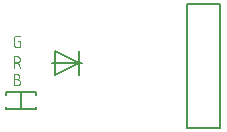
<source format=gto>
G04 Layer_Color=65535*
%FSLAX44Y44*%
%MOMM*%
G71*
G01*
G75*
%ADD16C,0.1500*%
%ADD17C,0.2000*%
G36*
X120355Y79495D02*
X120472D01*
X120609Y79475D01*
X120901Y79397D01*
X121252Y79280D01*
X121623Y79124D01*
X122013Y78890D01*
X122189Y78734D01*
X122364Y78578D01*
X122384Y78559D01*
X122403Y78539D01*
X122443Y78481D01*
X122521Y78422D01*
X122657Y78227D01*
X122833Y77954D01*
X123008Y77642D01*
X123164Y77252D01*
X123262Y76822D01*
X123281Y76588D01*
X123301Y76354D01*
Y76335D01*
Y76257D01*
X123281Y76140D01*
Y76003D01*
X123242Y75827D01*
X123203Y75633D01*
X123145Y75398D01*
X123067Y75164D01*
X122969Y74930D01*
X122833Y74677D01*
X122696Y74443D01*
X122501Y74208D01*
X122286Y73974D01*
X122033Y73760D01*
X121740Y73584D01*
X121409Y73428D01*
X123242Y69761D01*
X123262Y69741D01*
X123281Y69683D01*
X123301Y69605D01*
Y69507D01*
Y69468D01*
X123281Y69390D01*
X123223Y69273D01*
X123125Y69156D01*
X123106Y69137D01*
X123028Y69078D01*
X122911Y69019D01*
X122774Y69000D01*
X122716D01*
X122598Y69039D01*
X122501Y69078D01*
X122423Y69117D01*
X122345Y69195D01*
X122286Y69293D01*
X120336Y73194D01*
X120316D01*
X120277Y73214D01*
X118053D01*
Y69527D01*
Y69507D01*
Y69449D01*
X118034Y69351D01*
X117995Y69273D01*
X117917Y69176D01*
X117839Y69078D01*
X117702Y69019D01*
X117527Y69000D01*
X117449D01*
X117351Y69019D01*
X117273Y69058D01*
X117176Y69117D01*
X117078Y69215D01*
X117020Y69332D01*
X117000Y69507D01*
Y78988D01*
Y79007D01*
Y79066D01*
X117020Y79163D01*
X117058Y79261D01*
X117117Y79339D01*
X117214Y79436D01*
X117332Y79495D01*
X117507Y79514D01*
X120277D01*
X120355Y79495D01*
D02*
G37*
G36*
X122950Y96995D02*
X123047Y96956D01*
X123125Y96878D01*
X123223Y96800D01*
X123281Y96663D01*
X123301Y96488D01*
Y96468D01*
Y96410D01*
X123281Y96312D01*
X123242Y96234D01*
X123164Y96137D01*
X123086Y96039D01*
X122950Y95981D01*
X122774Y95961D01*
X119497D01*
X119380Y95941D01*
X119224Y95903D01*
X119048Y95844D01*
X118873Y95766D01*
X118678Y95649D01*
X118502Y95493D01*
X118483Y95473D01*
X118424Y95415D01*
X118365Y95317D01*
X118287Y95181D01*
X118190Y95025D01*
X118131Y94830D01*
X118073Y94615D01*
X118053Y94381D01*
Y89114D01*
Y89094D01*
Y88997D01*
X118073Y88880D01*
X118112Y88724D01*
X118170Y88548D01*
X118249Y88373D01*
X118346Y88178D01*
X118502Y88002D01*
X118522Y87983D01*
X118580Y87924D01*
X118678Y87865D01*
X118814Y87788D01*
X118970Y87690D01*
X119165Y87631D01*
X119380Y87573D01*
X119614Y87553D01*
X122247D01*
Y91747D01*
X121116D01*
X121018Y91767D01*
X120940Y91806D01*
X120843Y91884D01*
X120745Y91962D01*
X120687Y92099D01*
X120667Y92274D01*
Y92294D01*
Y92352D01*
X120687Y92450D01*
X120726Y92547D01*
X120804Y92625D01*
X120882Y92723D01*
X121018Y92781D01*
X121194Y92801D01*
X122852D01*
X122950Y92781D01*
X123047Y92742D01*
X123125Y92664D01*
X123223Y92586D01*
X123281Y92450D01*
X123301Y92274D01*
Y87007D01*
Y86988D01*
Y86929D01*
X123281Y86851D01*
X123242Y86754D01*
X123164Y86656D01*
X123086Y86578D01*
X122950Y86519D01*
X122774Y86500D01*
X119516D01*
X119438Y86519D01*
X119224Y86539D01*
X118970Y86597D01*
X118678Y86695D01*
X118365Y86812D01*
X118053Y87007D01*
X117761Y87261D01*
X117722Y87300D01*
X117644Y87397D01*
X117527Y87553D01*
X117390Y87788D01*
X117234Y88041D01*
X117117Y88373D01*
X117039Y88724D01*
X117000Y89114D01*
Y94381D01*
Y94400D01*
Y94439D01*
Y94478D01*
X117020Y94557D01*
X117039Y94771D01*
X117098Y95025D01*
X117195Y95317D01*
X117312Y95629D01*
X117507Y95941D01*
X117761Y96234D01*
X117800Y96273D01*
X117897Y96351D01*
X118053Y96488D01*
X118287Y96624D01*
X118541Y96761D01*
X118873Y96897D01*
X119224Y96975D01*
X119614Y97014D01*
X122852D01*
X122950Y96995D01*
D02*
G37*
G36*
X120336Y64495D02*
X120531Y64475D01*
X120784Y64417D01*
X121096Y64339D01*
X121409Y64202D01*
X121721Y64007D01*
X122013Y63754D01*
X122052Y63715D01*
X122130Y63617D01*
X122247Y63461D01*
X122403Y63227D01*
X122540Y62954D01*
X122657Y62642D01*
X122735Y62291D01*
X122774Y61881D01*
Y61861D01*
Y61822D01*
Y61764D01*
X122755Y61666D01*
X122716Y61432D01*
X122657Y61159D01*
X122540Y60827D01*
X122365Y60476D01*
X122247Y60320D01*
X122130Y60145D01*
X121974Y59989D01*
X121799Y59833D01*
X121818Y59813D01*
X121857Y59794D01*
X121935Y59735D01*
X122033Y59657D01*
X122150Y59579D01*
X122267Y59462D01*
X122403Y59325D01*
X122559Y59169D01*
X122696Y58974D01*
X122833Y58779D01*
X122950Y58565D01*
X123067Y58311D01*
X123164Y58057D01*
X123242Y57765D01*
X123281Y57472D01*
X123301Y57141D01*
Y57121D01*
Y57082D01*
Y57024D01*
X123281Y56926D01*
Y56809D01*
X123262Y56673D01*
X123184Y56380D01*
X123067Y56029D01*
X122911Y55658D01*
X122677Y55268D01*
X122521Y55092D01*
X122365Y54917D01*
X122345D01*
X122325Y54878D01*
X122267Y54839D01*
X122208Y54780D01*
X122013Y54624D01*
X121740Y54468D01*
X121428Y54293D01*
X121038Y54137D01*
X120609Y54039D01*
X120375Y54019D01*
X120141Y54000D01*
X117429D01*
X117351Y54019D01*
X117254Y54058D01*
X117156Y54117D01*
X117078Y54215D01*
X117020Y54332D01*
X117000Y54507D01*
Y63988D01*
Y64007D01*
Y64066D01*
X117020Y64163D01*
X117058Y64261D01*
X117117Y64339D01*
X117215Y64436D01*
X117332Y64495D01*
X117507Y64514D01*
X120258D01*
X120336Y64495D01*
D02*
G37*
%LPC*%
G36*
X120141Y78461D02*
X118053D01*
Y74267D01*
X120180D01*
X120297Y74286D01*
X120453Y74306D01*
X120648Y74345D01*
X120882Y74423D01*
X121136Y74521D01*
X121389Y74677D01*
X121623Y74872D01*
X121643Y74891D01*
X121721Y74989D01*
X121818Y75106D01*
X121935Y75281D01*
X122052Y75496D01*
X122150Y75750D01*
X122228Y76042D01*
X122247Y76354D01*
Y76374D01*
Y76393D01*
Y76510D01*
X122208Y76666D01*
X122169Y76861D01*
X122091Y77095D01*
X121994Y77349D01*
X121838Y77603D01*
X121623Y77837D01*
X121604Y77856D01*
X121506Y77934D01*
X121389Y78032D01*
X121214Y78149D01*
X120999Y78266D01*
X120745Y78363D01*
X120453Y78442D01*
X120141Y78461D01*
D02*
G37*
G36*
X120141Y63461D02*
X118053D01*
Y60301D01*
X120258D01*
X120375Y60320D01*
X120531Y60359D01*
X120687Y60418D01*
X120882Y60496D01*
X121077Y60594D01*
X121253Y60750D01*
X121272Y60769D01*
X121331Y60827D01*
X121409Y60925D01*
X121487Y61062D01*
X121565Y61237D01*
X121643Y61432D01*
X121701Y61647D01*
X121721Y61881D01*
Y61900D01*
Y61998D01*
X121701Y62115D01*
X121662Y62271D01*
X121604Y62427D01*
X121526Y62622D01*
X121409Y62817D01*
X121253Y62993D01*
X121233Y63012D01*
X121174Y63071D01*
X121077Y63149D01*
X120940Y63227D01*
X120784Y63305D01*
X120589Y63383D01*
X120375Y63442D01*
X120141Y63461D01*
D02*
G37*
G36*
Y59247D02*
X118053D01*
Y55053D01*
X120180D01*
X120297Y55073D01*
X120453Y55092D01*
X120648Y55131D01*
X120882Y55209D01*
X121136Y55307D01*
X121389Y55463D01*
X121623Y55658D01*
X121643Y55678D01*
X121721Y55775D01*
X121818Y55892D01*
X121935Y56068D01*
X122052Y56282D01*
X122150Y56536D01*
X122228Y56829D01*
X122247Y57141D01*
Y57160D01*
Y57180D01*
Y57297D01*
X122208Y57453D01*
X122169Y57648D01*
X122091Y57882D01*
X121994Y58135D01*
X121838Y58389D01*
X121623Y58623D01*
X121604Y58643D01*
X121506Y58721D01*
X121389Y58818D01*
X121214Y58935D01*
X120999Y59052D01*
X120745Y59150D01*
X120453Y59228D01*
X120141Y59247D01*
D02*
G37*
%LPD*%
D16*
X136200Y47080D02*
Y49000D01*
X110800D02*
X136200D01*
X110800Y47080D02*
Y49000D01*
Y35000D02*
Y36920D01*
Y35000D02*
X136200D01*
Y36920D01*
X123500Y35000D02*
Y49000D01*
D17*
X264000Y123300D02*
X292000D01*
X264000Y19000D02*
X292000D01*
Y123300D01*
X264000Y19000D02*
Y123300D01*
X172000Y64000D02*
Y84000D01*
X152000Y64000D02*
Y84000D01*
X149500Y74000D02*
X174500D01*
X152000Y84000D02*
X172000Y74000D01*
X152000Y64000D02*
X172000Y74000D01*
M02*

</source>
